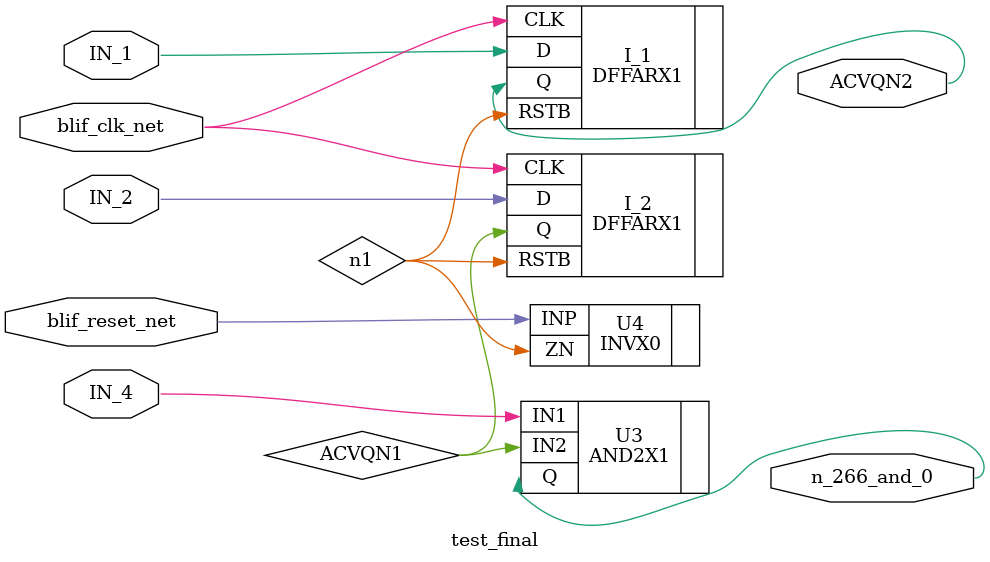
<source format=v>


module test_final ( blif_reset_net, blif_clk_net, IN_1, IN_2, IN_4, ACVQN2, 
        n_266_and_0 );
  input blif_reset_net, blif_clk_net, IN_1, IN_2, IN_4;
  output ACVQN2, n_266_and_0;
  wire   ACVQN1, n1;

  DFFARX1 I_1 ( .D(IN_1), .CLK(blif_clk_net), .RSTB(n1), .Q(ACVQN2) );
  DFFARX1 I_2 ( .D(IN_2), .CLK(blif_clk_net), .RSTB(n1), .Q(ACVQN1) );
  AND2X1 U3 ( .IN1(IN_4), .IN2(ACVQN1), .Q(n_266_and_0) );
  INVX0 U4 ( .INP(blif_reset_net), .ZN(n1) );
endmodule


</source>
